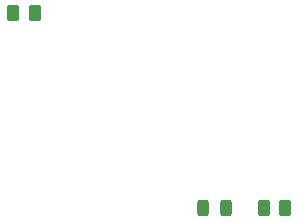
<source format=gtp>
G04 #@! TF.GenerationSoftware,KiCad,Pcbnew,8.0.4*
G04 #@! TF.CreationDate,2024-09-24T23:47:47-04:00*
G04 #@! TF.ProjectId,CommonSlotAdapter,436f6d6d-6f6e-4536-9c6f-744164617074,rev?*
G04 #@! TF.SameCoordinates,Original*
G04 #@! TF.FileFunction,Paste,Top*
G04 #@! TF.FilePolarity,Positive*
%FSLAX46Y46*%
G04 Gerber Fmt 4.6, Leading zero omitted, Abs format (unit mm)*
G04 Created by KiCad (PCBNEW 8.0.4) date 2024-09-24 23:47:47*
%MOMM*%
%LPD*%
G01*
G04 APERTURE LIST*
G04 Aperture macros list*
%AMRoundRect*
0 Rectangle with rounded corners*
0 $1 Rounding radius*
0 $2 $3 $4 $5 $6 $7 $8 $9 X,Y pos of 4 corners*
0 Add a 4 corners polygon primitive as box body*
4,1,4,$2,$3,$4,$5,$6,$7,$8,$9,$2,$3,0*
0 Add four circle primitives for the rounded corners*
1,1,$1+$1,$2,$3*
1,1,$1+$1,$4,$5*
1,1,$1+$1,$6,$7*
1,1,$1+$1,$8,$9*
0 Add four rect primitives between the rounded corners*
20,1,$1+$1,$2,$3,$4,$5,0*
20,1,$1+$1,$4,$5,$6,$7,0*
20,1,$1+$1,$6,$7,$8,$9,0*
20,1,$1+$1,$8,$9,$2,$3,0*%
G04 Aperture macros list end*
%ADD10RoundRect,0.250000X0.262500X0.450000X-0.262500X0.450000X-0.262500X-0.450000X0.262500X-0.450000X0*%
%ADD11RoundRect,0.250000X-0.262500X-0.450000X0.262500X-0.450000X0.262500X0.450000X-0.262500X0.450000X0*%
%ADD12RoundRect,0.243750X-0.243750X-0.456250X0.243750X-0.456250X0.243750X0.456250X-0.243750X0.456250X0*%
G04 APERTURE END LIST*
D10*
X114657500Y-93980000D03*
X116482500Y-93980000D03*
D11*
X95273500Y-77470000D03*
X93448500Y-77470000D03*
D12*
X111427500Y-93980000D03*
X109552500Y-93980000D03*
M02*

</source>
